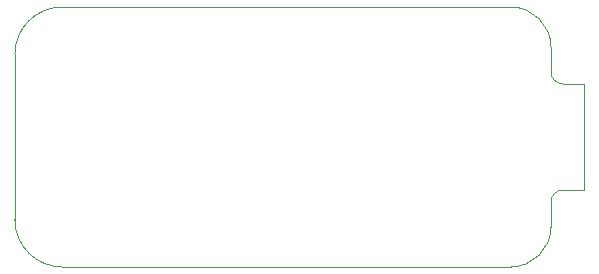
<source format=gbr>
%TF.GenerationSoftware,KiCad,Pcbnew,8.0.8*%
%TF.CreationDate,2025-02-03T14:21:18+01:00*%
%TF.ProjectId,TTS,5454532e-6b69-4636-9164-5f7063625858,rev?*%
%TF.SameCoordinates,PX2255100PY2ebae40*%
%TF.FileFunction,Profile,NP*%
%FSLAX46Y46*%
G04 Gerber Fmt 4.6, Leading zero omitted, Abs format (unit mm)*
G04 Created by KiCad (PCBNEW 8.0.8) date 2025-02-03 14:21:18*
%MOMM*%
%LPD*%
G01*
G04 APERTURE LIST*
%TA.AperFunction,Profile*%
%ADD10C,0.100000*%
%TD*%
G04 APERTURE END LIST*
D10*
X141000000Y19000000D02*
G75*
G02*
X144391200Y15610000I600J-3390600D01*
G01*
X103000000Y-3000000D02*
G75*
G02*
X99000000Y1000000I0J4000000D01*
G01*
X147200000Y12500000D02*
X147200000Y3500000D01*
X99000000Y15000000D02*
G75*
G02*
X103000000Y19000000I4000000J0D01*
G01*
X103000000Y19000000D02*
X141000000Y19000000D01*
X145390036Y12500001D02*
X147200000Y12500000D01*
X145390036Y12500001D02*
G75*
G02*
X144391200Y13500000I1164J999999D01*
G01*
X144391249Y13500000D02*
X144391249Y15610000D01*
X144391249Y390002D02*
G75*
G02*
X141000000Y-3000049I-3390649J598D01*
G01*
X141000000Y-2999998D02*
X103000000Y-3000000D01*
X99000000Y15000000D02*
X99000000Y1000000D01*
X145390036Y3500001D02*
X147200000Y3500000D01*
X144391249Y2500002D02*
G75*
G02*
X145390036Y3499950I999951J-2D01*
G01*
X144391249Y2500002D02*
X144391249Y390002D01*
M02*

</source>
